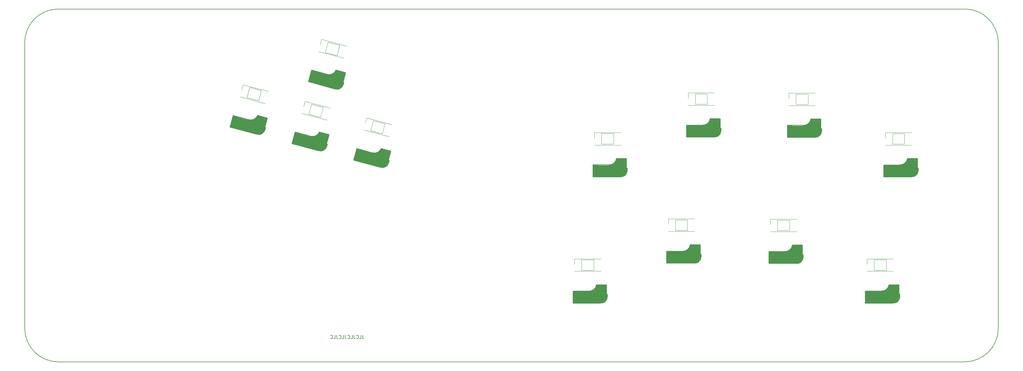
<source format=gbr>
G04 #@! TF.GenerationSoftware,KiCad,Pcbnew,(5.1.9)-1*
G04 #@! TF.CreationDate,2021-03-21T07:55:49-07:00*
G04 #@! TF.ProjectId,keefighter,6b656566-6967-4687-9465-722e6b696361,rev?*
G04 #@! TF.SameCoordinates,Original*
G04 #@! TF.FileFunction,Legend,Bot*
G04 #@! TF.FilePolarity,Positive*
%FSLAX46Y46*%
G04 Gerber Fmt 4.6, Leading zero omitted, Abs format (unit mm)*
G04 Created by KiCad (PCBNEW (5.1.9)-1) date 2021-03-21 07:55:49*
%MOMM*%
%LPD*%
G01*
G04 APERTURE LIST*
%ADD10C,0.150000*%
G04 #@! TA.AperFunction,Profile*
%ADD11C,0.200000*%
G04 #@! TD*
%ADD12C,0.120000*%
G04 #@! TA.AperFunction,Profile*
%ADD13C,0.120000*%
G04 #@! TD*
%ADD14C,0.300000*%
%ADD15C,0.800000*%
%ADD16C,3.000000*%
%ADD17C,0.500000*%
%ADD18C,1.000000*%
%ADD19C,3.500000*%
%ADD20C,0.400000*%
G04 APERTURE END LIST*
D10*
X168449047Y-175982380D02*
X168449047Y-176696666D01*
X168496666Y-176839523D01*
X168591904Y-176934761D01*
X168734761Y-176982380D01*
X168830000Y-176982380D01*
X167496666Y-176982380D02*
X167972857Y-176982380D01*
X167972857Y-175982380D01*
X166591904Y-176887142D02*
X166639523Y-176934761D01*
X166782380Y-176982380D01*
X166877619Y-176982380D01*
X167020476Y-176934761D01*
X167115714Y-176839523D01*
X167163333Y-176744285D01*
X167210952Y-176553809D01*
X167210952Y-176410952D01*
X167163333Y-176220476D01*
X167115714Y-176125238D01*
X167020476Y-176030000D01*
X166877619Y-175982380D01*
X166782380Y-175982380D01*
X166639523Y-176030000D01*
X166591904Y-176077619D01*
X165877619Y-175982380D02*
X165877619Y-176696666D01*
X165925238Y-176839523D01*
X166020476Y-176934761D01*
X166163333Y-176982380D01*
X166258571Y-176982380D01*
X164925238Y-176982380D02*
X165401428Y-176982380D01*
X165401428Y-175982380D01*
X164020476Y-176887142D02*
X164068095Y-176934761D01*
X164210952Y-176982380D01*
X164306190Y-176982380D01*
X164449047Y-176934761D01*
X164544285Y-176839523D01*
X164591904Y-176744285D01*
X164639523Y-176553809D01*
X164639523Y-176410952D01*
X164591904Y-176220476D01*
X164544285Y-176125238D01*
X164449047Y-176030000D01*
X164306190Y-175982380D01*
X164210952Y-175982380D01*
X164068095Y-176030000D01*
X164020476Y-176077619D01*
X163306190Y-175982380D02*
X163306190Y-176696666D01*
X163353809Y-176839523D01*
X163449047Y-176934761D01*
X163591904Y-176982380D01*
X163687142Y-176982380D01*
X162353809Y-176982380D02*
X162830000Y-176982380D01*
X162830000Y-175982380D01*
X161449047Y-176887142D02*
X161496666Y-176934761D01*
X161639523Y-176982380D01*
X161734761Y-176982380D01*
X161877619Y-176934761D01*
X161972857Y-176839523D01*
X162020476Y-176744285D01*
X162068095Y-176553809D01*
X162068095Y-176410952D01*
X162020476Y-176220476D01*
X161972857Y-176125238D01*
X161877619Y-176030000D01*
X161734761Y-175982380D01*
X161639523Y-175982380D01*
X161496666Y-176030000D01*
X161449047Y-176077619D01*
X160734761Y-175982380D02*
X160734761Y-176696666D01*
X160782380Y-176839523D01*
X160877619Y-176934761D01*
X161020476Y-176982380D01*
X161115714Y-176982380D01*
X159782380Y-176982380D02*
X160258571Y-176982380D01*
X160258571Y-175982380D01*
X158877619Y-176887142D02*
X158925238Y-176934761D01*
X159068095Y-176982380D01*
X159163333Y-176982380D01*
X159306190Y-176934761D01*
X159401428Y-176839523D01*
X159449047Y-176744285D01*
X159496666Y-176553809D01*
X159496666Y-176410952D01*
X159449047Y-176220476D01*
X159401428Y-176125238D01*
X159306190Y-176030000D01*
X159163333Y-175982380D01*
X159068095Y-175982380D01*
X158925238Y-176030000D01*
X158877619Y-176077619D01*
D11*
X357792882Y-173878972D02*
X357792883Y-88878972D01*
X77792883Y-183878972D02*
X347792883Y-183878972D01*
X347792883Y-78878972D02*
G75*
G02*
X357792883Y-88878972I0J-10000000D01*
G01*
X67792883Y-88878972D02*
X67792883Y-173878972D01*
X77792883Y-183878972D02*
G75*
G02*
X67792883Y-173878972I0J10000000D01*
G01*
X357792882Y-173878973D02*
G75*
G02*
X347792883Y-183878972I-9999999J0D01*
G01*
X67792883Y-88878972D02*
G75*
G02*
X77792883Y-78878972I10000000J0D01*
G01*
X347792883Y-78878972D02*
X77792883Y-78878972D01*
D12*
X237516508Y-115654772D02*
X245316508Y-115654772D01*
X245316508Y-119354772D02*
X237516508Y-119354772D01*
X237516508Y-117254772D02*
X237516508Y-115654772D01*
D13*
X239616508Y-119054772D02*
X239616508Y-115954772D01*
X239616508Y-115954772D02*
X243216508Y-115954772D01*
X243216508Y-115954772D02*
X243216508Y-119054772D01*
X243216508Y-119054772D02*
X239616508Y-119054772D01*
D12*
X156186910Y-87924266D02*
X163721131Y-89943054D01*
X162763500Y-93516980D02*
X155229279Y-91498192D01*
X155772799Y-89469747D02*
X156186910Y-87924266D01*
D13*
X157335369Y-91751934D02*
X158137708Y-88757564D01*
X158137708Y-88757564D02*
X161615041Y-89689312D01*
X161615041Y-89689312D02*
X160812702Y-92683682D01*
X160812702Y-92683682D02*
X157335369Y-91751934D01*
X137481312Y-106154066D02*
X134003979Y-105222318D01*
X138283651Y-103159696D02*
X137481312Y-106154066D01*
X134806318Y-102227948D02*
X138283651Y-103159696D01*
X134003979Y-105222318D02*
X134806318Y-102227948D01*
D12*
X132441409Y-102940131D02*
X132855520Y-101394650D01*
X139432110Y-106987364D02*
X131897889Y-104968576D01*
X132855520Y-101394650D02*
X140389741Y-103413438D01*
D13*
X174283086Y-116015072D02*
X170805753Y-115083324D01*
X175085425Y-113020702D02*
X174283086Y-116015072D01*
X171608092Y-112088954D02*
X175085425Y-113020702D01*
X170805753Y-115083324D02*
X171608092Y-112088954D01*
D12*
X169243183Y-112801137D02*
X169657294Y-111255656D01*
X176233884Y-116848370D02*
X168699663Y-114829582D01*
X169657294Y-111255656D02*
X177191515Y-113274444D01*
X231585241Y-153220616D02*
X239385241Y-153220616D01*
X239385241Y-156920616D02*
X231585241Y-156920616D01*
X231585241Y-154820616D02*
X231585241Y-153220616D01*
D13*
X233685241Y-156620616D02*
X233685241Y-153520616D01*
X233685241Y-153520616D02*
X237285241Y-153520616D01*
X237285241Y-153520616D02*
X237285241Y-156620616D01*
X237285241Y-156620616D02*
X233685241Y-156620616D01*
X265185746Y-144746433D02*
X261585746Y-144746433D01*
X265185746Y-141646433D02*
X265185746Y-144746433D01*
X261585746Y-141646433D02*
X265185746Y-141646433D01*
X261585746Y-144746433D02*
X261585746Y-141646433D01*
D12*
X259485746Y-142946433D02*
X259485746Y-141346433D01*
X267285746Y-145046433D02*
X259485746Y-145046433D01*
X259485746Y-141346433D02*
X267285746Y-141346433D01*
D13*
X295626194Y-144824564D02*
X292026194Y-144824564D01*
X295626194Y-141724564D02*
X295626194Y-144824564D01*
X292026194Y-141724564D02*
X295626194Y-141724564D01*
X292026194Y-144824564D02*
X292026194Y-141724564D01*
D12*
X289926194Y-143024564D02*
X289926194Y-141424564D01*
X297726194Y-145124564D02*
X289926194Y-145124564D01*
X289926194Y-141424564D02*
X297726194Y-141424564D01*
D13*
X324395820Y-156620461D02*
X320795820Y-156620461D01*
X324395820Y-153520461D02*
X324395820Y-156620461D01*
X320795820Y-153520461D02*
X324395820Y-153520461D01*
X320795820Y-156620461D02*
X320795820Y-153520461D01*
D12*
X318695820Y-154820461D02*
X318695820Y-153220461D01*
X326495820Y-156920461D02*
X318695820Y-156920461D01*
X318695820Y-153220461D02*
X326495820Y-153220461D01*
X324174618Y-115669621D02*
X331974618Y-115669621D01*
X331974618Y-119369621D02*
X324174618Y-119369621D01*
X324174618Y-117269621D02*
X324174618Y-115669621D01*
D13*
X326274618Y-119069621D02*
X326274618Y-115969621D01*
X326274618Y-115969621D02*
X329874618Y-115969621D01*
X329874618Y-115969621D02*
X329874618Y-119069621D01*
X329874618Y-119069621D02*
X326274618Y-119069621D01*
X301124162Y-107297086D02*
X297524162Y-107297086D01*
X301124162Y-104197086D02*
X301124162Y-107297086D01*
X297524162Y-104197086D02*
X301124162Y-104197086D01*
X297524162Y-107297086D02*
X297524162Y-104197086D01*
D12*
X295424162Y-105497086D02*
X295424162Y-103897086D01*
X303224162Y-107597086D02*
X295424162Y-107597086D01*
X295424162Y-103897086D02*
X303224162Y-103897086D01*
X265420580Y-103831339D02*
X273220580Y-103831339D01*
X273220580Y-107531339D02*
X265420580Y-107531339D01*
X265420580Y-105431339D02*
X265420580Y-103831339D01*
D13*
X267520580Y-107231339D02*
X267520580Y-104131339D01*
X267520580Y-104131339D02*
X271120580Y-104131339D01*
X271120580Y-104131339D02*
X271120580Y-107231339D01*
X271120580Y-107231339D02*
X267520580Y-107231339D01*
D12*
X151256407Y-106325153D02*
X158790628Y-108343941D01*
X157832997Y-111917867D02*
X150298776Y-109899079D01*
X150842296Y-107870634D02*
X151256407Y-106325153D01*
D13*
X152404866Y-110152821D02*
X153207205Y-107158451D01*
X153207205Y-107158451D02*
X156684538Y-108090199D01*
X156684538Y-108090199D02*
X155882199Y-111084569D01*
X155882199Y-111084569D02*
X152404866Y-110152821D01*
D14*
X139468578Y-114192305D02*
X139300345Y-114820157D01*
D15*
X139619721Y-111696377D02*
X139153847Y-113435043D01*
D16*
X137622359Y-114784652D02*
X138202113Y-112620978D01*
D17*
X130016375Y-110831374D02*
X131259137Y-111216135D01*
D18*
X129594400Y-113565316D02*
X130241448Y-111150501D01*
D19*
X131160686Y-112742669D02*
X137632389Y-114476757D01*
D10*
X129887894Y-110538129D02*
X128956146Y-114015462D01*
X129648394Y-111509231D02*
X129066051Y-113682564D01*
X139591052Y-114121594D02*
X139397867Y-114069831D01*
X138935460Y-115602371D02*
X140087205Y-111304001D01*
X139396938Y-114846039D02*
X139591052Y-114121594D01*
X140087205Y-111304001D02*
X137160450Y-110519779D01*
X134524338Y-111780460D02*
X129887894Y-110538129D01*
X128956146Y-114015462D02*
X136876738Y-116137778D01*
D17*
X139842256Y-111445422D02*
X137475738Y-110811316D01*
D20*
X129152798Y-113861099D02*
X130360206Y-114184623D01*
D18*
X137434179Y-111029463D02*
G75*
G02*
X134807181Y-112270358I-2002576J838341D01*
G01*
D10*
X139396938Y-114846038D02*
G75*
G02*
X136876738Y-116137778I-1905970J614230D01*
G01*
X137151337Y-110539566D02*
G75*
G02*
X134524338Y-111780460I-2002576J838342D01*
G01*
D20*
X147553685Y-118791602D02*
X148761093Y-119115126D01*
D17*
X158243143Y-116375925D02*
X155876625Y-115741819D01*
D10*
X147357033Y-118945965D02*
X155277625Y-121068281D01*
X152925225Y-116710963D02*
X148288781Y-115468632D01*
X158488092Y-116234504D02*
X155561337Y-115450282D01*
X157797825Y-119776542D02*
X157991939Y-119052097D01*
X157336347Y-120532874D02*
X158488092Y-116234504D01*
X157991939Y-119052097D02*
X157798754Y-119000334D01*
X148049281Y-116439734D02*
X147466938Y-118613067D01*
X148288781Y-115468632D02*
X147357033Y-118945965D01*
D19*
X149561573Y-117673172D02*
X156033276Y-119407260D01*
D18*
X147995287Y-118495819D02*
X148642335Y-116081004D01*
D17*
X148417262Y-115761877D02*
X149660024Y-116146638D01*
D16*
X156023246Y-119715155D02*
X156603000Y-117551481D01*
D15*
X158020608Y-116626880D02*
X157554734Y-118365546D01*
D14*
X157869465Y-119122808D02*
X157701232Y-119750660D01*
D10*
X155552224Y-115470069D02*
G75*
G02*
X152925225Y-116710963I-2002576J838342D01*
G01*
X157797825Y-119776541D02*
G75*
G02*
X155277625Y-121068281I-1905970J614230D01*
G01*
D18*
X155835066Y-115959966D02*
G75*
G02*
X153208068Y-117200861I-2002576J838341D01*
G01*
D20*
X152484187Y-100390715D02*
X153691595Y-100714239D01*
D17*
X163173645Y-97975038D02*
X160807127Y-97340932D01*
D10*
X152287535Y-100545078D02*
X160208127Y-102667394D01*
X157855727Y-98310076D02*
X153219283Y-97067745D01*
X163418594Y-97833617D02*
X160491839Y-97049395D01*
X162728327Y-101375655D02*
X162922441Y-100651210D01*
X162266849Y-102131987D02*
X163418594Y-97833617D01*
X162922441Y-100651210D02*
X162729256Y-100599447D01*
X152979783Y-98038847D02*
X152397440Y-100212180D01*
X153219283Y-97067745D02*
X152287535Y-100545078D01*
D19*
X154492075Y-99272285D02*
X160963778Y-101006373D01*
D18*
X152925789Y-100094932D02*
X153572837Y-97680117D01*
D17*
X153347764Y-97360990D02*
X154590526Y-97745751D01*
D16*
X160953748Y-101314268D02*
X161533502Y-99150594D01*
D15*
X162951110Y-98225993D02*
X162485236Y-99964659D01*
D14*
X162799967Y-100721921D02*
X162631734Y-101349773D01*
D10*
X160482726Y-97069182D02*
G75*
G02*
X157855727Y-98310076I-2002576J838342D01*
G01*
X162728327Y-101375654D02*
G75*
G02*
X160208127Y-102667394I-1905970J614230D01*
G01*
D18*
X160765568Y-97559079D02*
G75*
G02*
X158138570Y-98799974I-2002576J838341D01*
G01*
D20*
X165954571Y-123722104D02*
X167161979Y-124045628D01*
D17*
X176644029Y-121306427D02*
X174277511Y-120672321D01*
D10*
X165757919Y-123876467D02*
X173678511Y-125998783D01*
X171326111Y-121641465D02*
X166689667Y-120399134D01*
X176888978Y-121165006D02*
X173962223Y-120380784D01*
X176198711Y-124707044D02*
X176392825Y-123982599D01*
X175737233Y-125463376D02*
X176888978Y-121165006D01*
X176392825Y-123982599D02*
X176199640Y-123930836D01*
X166450167Y-121370236D02*
X165867824Y-123543569D01*
X166689667Y-120399134D02*
X165757919Y-123876467D01*
D19*
X167962459Y-122603674D02*
X174434162Y-124337762D01*
D18*
X166396173Y-123426321D02*
X167043221Y-121011506D01*
D17*
X166818148Y-120692379D02*
X168060910Y-121077140D01*
D16*
X174424132Y-124645657D02*
X175003886Y-122481983D01*
D15*
X176421494Y-121557382D02*
X175955620Y-123296048D01*
D14*
X176270351Y-124053310D02*
X176102118Y-124681162D01*
D10*
X173953110Y-120400571D02*
G75*
G02*
X171326111Y-121641465I-2002576J838342D01*
G01*
X176198711Y-124707043D02*
G75*
G02*
X173678511Y-125998783I-1905970J614230D01*
G01*
D18*
X174235952Y-120890468D02*
G75*
G02*
X171608954Y-122131363I-2002576J838341D01*
G01*
D20*
X237166508Y-128654772D02*
X238416508Y-128654772D01*
D17*
X246866508Y-123554772D02*
X244416508Y-123554772D01*
D10*
X237016508Y-128854772D02*
X245216509Y-128854772D01*
X241816508Y-125254772D02*
X237016508Y-125254772D01*
X247066508Y-123354772D02*
X244036508Y-123354772D01*
X247316508Y-126954772D02*
X247316508Y-126204772D01*
X247066508Y-127804772D02*
X247066508Y-123354772D01*
X247316508Y-126204772D02*
X247116508Y-126204772D01*
X237036508Y-126254772D02*
X237036508Y-128504772D01*
X237016508Y-125254772D02*
X237016508Y-128854772D01*
D19*
X238816508Y-127054772D02*
X245516508Y-127054772D01*
D18*
X237516508Y-128254772D02*
X237516508Y-125754772D01*
D17*
X237216508Y-125504772D02*
X238516508Y-125554772D01*
D16*
X245586508Y-127354772D02*
X245586508Y-125114772D01*
D15*
X246716508Y-123854772D02*
X246716508Y-125654771D01*
D14*
X247216508Y-126304772D02*
X247216508Y-126954772D01*
D10*
X244032826Y-123376243D02*
G75*
G02*
X241816508Y-125254772I-2151318J291471D01*
G01*
X247316508Y-126954771D02*
G75*
G02*
X245216509Y-128854772I-2000000J99999D01*
G01*
D18*
X244432826Y-123776243D02*
G75*
G02*
X242216508Y-125654772I-2151318J291471D01*
G01*
D20*
X265070580Y-116831339D02*
X266320580Y-116831339D01*
D17*
X274770580Y-111731339D02*
X272320580Y-111731339D01*
D10*
X264920580Y-117031339D02*
X273120581Y-117031339D01*
X269720580Y-113431339D02*
X264920580Y-113431339D01*
X274970580Y-111531339D02*
X271940580Y-111531339D01*
X275220580Y-115131339D02*
X275220580Y-114381339D01*
X274970580Y-115981339D02*
X274970580Y-111531339D01*
X275220580Y-114381339D02*
X275020580Y-114381339D01*
X264940580Y-114431339D02*
X264940580Y-116681339D01*
X264920580Y-113431339D02*
X264920580Y-117031339D01*
D19*
X266720580Y-115231339D02*
X273420580Y-115231339D01*
D18*
X265420580Y-116431339D02*
X265420580Y-113931339D01*
D17*
X265120580Y-113681339D02*
X266420580Y-113731339D01*
D16*
X273490580Y-115531339D02*
X273490580Y-113291339D01*
D15*
X274620580Y-112031339D02*
X274620580Y-113831338D01*
D14*
X275120580Y-114481339D02*
X275120580Y-115131339D01*
D10*
X271936898Y-111552810D02*
G75*
G02*
X269720580Y-113431339I-2151318J291471D01*
G01*
X275220580Y-115131338D02*
G75*
G02*
X273120581Y-117031339I-2000000J99999D01*
G01*
D18*
X272336898Y-111952810D02*
G75*
G02*
X270120580Y-113831339I-2151318J291471D01*
G01*
D14*
X305124162Y-114547086D02*
X305124162Y-115197086D01*
D15*
X304624162Y-112097086D02*
X304624162Y-113897085D01*
D16*
X303494162Y-115597086D02*
X303494162Y-113357086D01*
D17*
X295124162Y-113747086D02*
X296424162Y-113797086D01*
D18*
X295424162Y-116497086D02*
X295424162Y-113997086D01*
D19*
X296724162Y-115297086D02*
X303424162Y-115297086D01*
D10*
X294924162Y-113497086D02*
X294924162Y-117097086D01*
X294944162Y-114497086D02*
X294944162Y-116747086D01*
X305224162Y-114447086D02*
X305024162Y-114447086D01*
X304974162Y-116047086D02*
X304974162Y-111597086D01*
X305224162Y-115197086D02*
X305224162Y-114447086D01*
X304974162Y-111597086D02*
X301944162Y-111597086D01*
X299724162Y-113497086D02*
X294924162Y-113497086D01*
X294924162Y-117097086D02*
X303124163Y-117097086D01*
D17*
X304774162Y-111797086D02*
X302324162Y-111797086D01*
D20*
X295074162Y-116897086D02*
X296324162Y-116897086D01*
D18*
X302340480Y-112018557D02*
G75*
G02*
X300124162Y-113897086I-2151318J291471D01*
G01*
D10*
X305224162Y-115197085D02*
G75*
G02*
X303124163Y-117097086I-2000000J99999D01*
G01*
X301940480Y-111618557D02*
G75*
G02*
X299724162Y-113497086I-2151318J291471D01*
G01*
D14*
X333874618Y-126319621D02*
X333874618Y-126969621D01*
D15*
X333374618Y-123869621D02*
X333374618Y-125669620D01*
D16*
X332244618Y-127369621D02*
X332244618Y-125129621D01*
D17*
X323874618Y-125519621D02*
X325174618Y-125569621D01*
D18*
X324174618Y-128269621D02*
X324174618Y-125769621D01*
D19*
X325474618Y-127069621D02*
X332174618Y-127069621D01*
D10*
X323674618Y-125269621D02*
X323674618Y-128869621D01*
X323694618Y-126269621D02*
X323694618Y-128519621D01*
X333974618Y-126219621D02*
X333774618Y-126219621D01*
X333724618Y-127819621D02*
X333724618Y-123369621D01*
X333974618Y-126969621D02*
X333974618Y-126219621D01*
X333724618Y-123369621D02*
X330694618Y-123369621D01*
X328474618Y-125269621D02*
X323674618Y-125269621D01*
X323674618Y-128869621D02*
X331874619Y-128869621D01*
D17*
X333524618Y-123569621D02*
X331074618Y-123569621D01*
D20*
X323824618Y-128669621D02*
X325074618Y-128669621D01*
D18*
X331090936Y-123791092D02*
G75*
G02*
X328874618Y-125669621I-2151318J291471D01*
G01*
D10*
X333974618Y-126969620D02*
G75*
G02*
X331874619Y-128869621I-2000000J99999D01*
G01*
X330690936Y-123391092D02*
G75*
G02*
X328474618Y-125269621I-2151318J291471D01*
G01*
D14*
X328395820Y-163870461D02*
X328395820Y-164520461D01*
D15*
X327895820Y-161420461D02*
X327895820Y-163220460D01*
D16*
X326765820Y-164920461D02*
X326765820Y-162680461D01*
D17*
X318395820Y-163070461D02*
X319695820Y-163120461D01*
D18*
X318695820Y-165820461D02*
X318695820Y-163320461D01*
D19*
X319995820Y-164620461D02*
X326695820Y-164620461D01*
D10*
X318195820Y-162820461D02*
X318195820Y-166420461D01*
X318215820Y-163820461D02*
X318215820Y-166070461D01*
X328495820Y-163770461D02*
X328295820Y-163770461D01*
X328245820Y-165370461D02*
X328245820Y-160920461D01*
X328495820Y-164520461D02*
X328495820Y-163770461D01*
X328245820Y-160920461D02*
X325215820Y-160920461D01*
X322995820Y-162820461D02*
X318195820Y-162820461D01*
X318195820Y-166420461D02*
X326395821Y-166420461D01*
D17*
X328045820Y-161120461D02*
X325595820Y-161120461D01*
D20*
X318345820Y-166220461D02*
X319595820Y-166220461D01*
D18*
X325612138Y-161341932D02*
G75*
G02*
X323395820Y-163220461I-2151318J291471D01*
G01*
D10*
X328495820Y-164520460D02*
G75*
G02*
X326395821Y-166420461I-2000000J99999D01*
G01*
X325212138Y-160941932D02*
G75*
G02*
X322995820Y-162820461I-2151318J291471D01*
G01*
D14*
X299626194Y-152074564D02*
X299626194Y-152724564D01*
D15*
X299126194Y-149624564D02*
X299126194Y-151424563D01*
D16*
X297996194Y-153124564D02*
X297996194Y-150884564D01*
D17*
X289626194Y-151274564D02*
X290926194Y-151324564D01*
D18*
X289926194Y-154024564D02*
X289926194Y-151524564D01*
D19*
X291226194Y-152824564D02*
X297926194Y-152824564D01*
D10*
X289426194Y-151024564D02*
X289426194Y-154624564D01*
X289446194Y-152024564D02*
X289446194Y-154274564D01*
X299726194Y-151974564D02*
X299526194Y-151974564D01*
X299476194Y-153574564D02*
X299476194Y-149124564D01*
X299726194Y-152724564D02*
X299726194Y-151974564D01*
X299476194Y-149124564D02*
X296446194Y-149124564D01*
X294226194Y-151024564D02*
X289426194Y-151024564D01*
X289426194Y-154624564D02*
X297626195Y-154624564D01*
D17*
X299276194Y-149324564D02*
X296826194Y-149324564D01*
D20*
X289576194Y-154424564D02*
X290826194Y-154424564D01*
D18*
X296842512Y-149546035D02*
G75*
G02*
X294626194Y-151424564I-2151318J291471D01*
G01*
D10*
X299726194Y-152724563D02*
G75*
G02*
X297626195Y-154624564I-2000000J99999D01*
G01*
X296442512Y-149146035D02*
G75*
G02*
X294226194Y-151024564I-2151318J291471D01*
G01*
D14*
X241285241Y-163870616D02*
X241285241Y-164520616D01*
D15*
X240785241Y-161420616D02*
X240785241Y-163220615D01*
D16*
X239655241Y-164920616D02*
X239655241Y-162680616D01*
D17*
X231285241Y-163070616D02*
X232585241Y-163120616D01*
D18*
X231585241Y-165820616D02*
X231585241Y-163320616D01*
D19*
X232885241Y-164620616D02*
X239585241Y-164620616D01*
D10*
X231085241Y-162820616D02*
X231085241Y-166420616D01*
X231105241Y-163820616D02*
X231105241Y-166070616D01*
X241385241Y-163770616D02*
X241185241Y-163770616D01*
X241135241Y-165370616D02*
X241135241Y-160920616D01*
X241385241Y-164520616D02*
X241385241Y-163770616D01*
X241135241Y-160920616D02*
X238105241Y-160920616D01*
X235885241Y-162820616D02*
X231085241Y-162820616D01*
X231085241Y-166420616D02*
X239285242Y-166420616D01*
D17*
X240935241Y-161120616D02*
X238485241Y-161120616D01*
D20*
X231235241Y-166220616D02*
X232485241Y-166220616D01*
D18*
X238501559Y-161342087D02*
G75*
G02*
X236285241Y-163220616I-2151318J291471D01*
G01*
D10*
X241385241Y-164520615D02*
G75*
G02*
X239285242Y-166420616I-2000000J99999D01*
G01*
X238101559Y-160942087D02*
G75*
G02*
X235885241Y-162820616I-2151318J291471D01*
G01*
D14*
X269185746Y-151996433D02*
X269185746Y-152646433D01*
D15*
X268685746Y-149546433D02*
X268685746Y-151346432D01*
D16*
X267555746Y-153046433D02*
X267555746Y-150806433D01*
D17*
X259185746Y-151196433D02*
X260485746Y-151246433D01*
D18*
X259485746Y-153946433D02*
X259485746Y-151446433D01*
D19*
X260785746Y-152746433D02*
X267485746Y-152746433D01*
D10*
X258985746Y-150946433D02*
X258985746Y-154546433D01*
X259005746Y-151946433D02*
X259005746Y-154196433D01*
X269285746Y-151896433D02*
X269085746Y-151896433D01*
X269035746Y-153496433D02*
X269035746Y-149046433D01*
X269285746Y-152646433D02*
X269285746Y-151896433D01*
X269035746Y-149046433D02*
X266005746Y-149046433D01*
X263785746Y-150946433D02*
X258985746Y-150946433D01*
X258985746Y-154546433D02*
X267185747Y-154546433D01*
D17*
X268835746Y-149246433D02*
X266385746Y-149246433D01*
D20*
X259135746Y-154346433D02*
X260385746Y-154346433D01*
D18*
X266402064Y-149467904D02*
G75*
G02*
X264185746Y-151346433I-2151318J291471D01*
G01*
D10*
X269285746Y-152646432D02*
G75*
G02*
X267185747Y-154546433I-2000000J99999D01*
G01*
X266002064Y-149067904D02*
G75*
G02*
X263785746Y-150946433I-2151318J291471D01*
G01*
M02*

</source>
